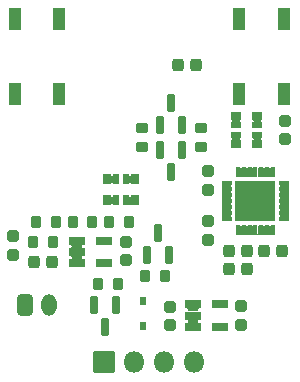
<source format=gts>
%TF.GenerationSoftware,KiCad,Pcbnew,(6.0.0-0)*%
%TF.CreationDate,2022-10-20T15:52:38+11:00*%
%TF.ProjectId,WLED_Controller,574c4544-5f43-46f6-9e74-726f6c6c6572,rev?*%
%TF.SameCoordinates,Original*%
%TF.FileFunction,Soldermask,Top*%
%TF.FilePolarity,Negative*%
%FSLAX46Y46*%
G04 Gerber Fmt 4.6, Leading zero omitted, Abs format (unit mm)*
G04 Created by KiCad (PCBNEW (6.0.0-0)) date 2022-10-20 15:52:38*
%MOMM*%
%LPD*%
G01*
G04 APERTURE LIST*
G04 Aperture macros list*
%AMRoundRect*
0 Rectangle with rounded corners*
0 $1 Rounding radius*
0 $2 $3 $4 $5 $6 $7 $8 $9 X,Y pos of 4 corners*
0 Add a 4 corners polygon primitive as box body*
4,1,4,$2,$3,$4,$5,$6,$7,$8,$9,$2,$3,0*
0 Add four circle primitives for the rounded corners*
1,1,$1+$1,$2,$3*
1,1,$1+$1,$4,$5*
1,1,$1+$1,$6,$7*
1,1,$1+$1,$8,$9*
0 Add four rect primitives between the rounded corners*
20,1,$1+$1,$2,$3,$4,$5,0*
20,1,$1+$1,$4,$5,$6,$7,0*
20,1,$1+$1,$6,$7,$8,$9,0*
20,1,$1+$1,$8,$9,$2,$3,0*%
G04 Aperture macros list end*
%ADD10RoundRect,0.050000X-0.400000X-0.250000X0.400000X-0.250000X0.400000X0.250000X-0.400000X0.250000X0*%
%ADD11RoundRect,0.050000X-0.400000X-0.200000X0.400000X-0.200000X0.400000X0.200000X-0.400000X0.200000X0*%
%ADD12RoundRect,0.050000X0.250000X-0.400000X0.250000X0.400000X-0.250000X0.400000X-0.250000X-0.400000X0*%
%ADD13RoundRect,0.050000X0.200000X-0.400000X0.200000X0.400000X-0.200000X0.400000X-0.200000X-0.400000X0*%
%ADD14RoundRect,0.275000X-0.250000X0.225000X-0.250000X-0.225000X0.250000X-0.225000X0.250000X0.225000X0*%
%ADD15RoundRect,0.275000X-0.225000X-0.250000X0.225000X-0.250000X0.225000X0.250000X-0.225000X0.250000X0*%
%ADD16RoundRect,0.250000X-0.275000X0.200000X-0.275000X-0.200000X0.275000X-0.200000X0.275000X0.200000X0*%
%ADD17RoundRect,0.250000X-0.200000X-0.275000X0.200000X-0.275000X0.200000X0.275000X-0.200000X0.275000X0*%
%ADD18RoundRect,0.200000X-0.512500X-0.150000X0.512500X-0.150000X0.512500X0.150000X-0.512500X0.150000X0*%
%ADD19RoundRect,0.275000X0.225000X0.250000X-0.225000X0.250000X-0.225000X-0.250000X0.225000X-0.250000X0*%
%ADD20RoundRect,0.300000X-0.350000X-0.625000X0.350000X-0.625000X0.350000X0.625000X-0.350000X0.625000X0*%
%ADD21O,1.300000X1.850000*%
%ADD22RoundRect,0.275000X0.250000X-0.225000X0.250000X0.225000X-0.250000X0.225000X-0.250000X-0.225000X0*%
%ADD23RoundRect,0.112500X-0.337500X-0.062500X0.337500X-0.062500X0.337500X0.062500X-0.337500X0.062500X0*%
%ADD24RoundRect,0.112500X-0.062500X-0.337500X0.062500X-0.337500X0.062500X0.337500X-0.062500X0.337500X0*%
%ADD25RoundRect,0.050000X-1.675000X-1.675000X1.675000X-1.675000X1.675000X1.675000X-1.675000X1.675000X0*%
%ADD26RoundRect,0.050000X0.225000X-0.300000X0.225000X0.300000X-0.225000X0.300000X-0.225000X-0.300000X0*%
%ADD27RoundRect,0.250000X0.275000X-0.200000X0.275000X0.200000X-0.275000X0.200000X-0.275000X-0.200000X0*%
%ADD28RoundRect,0.050000X0.850000X-0.850000X0.850000X0.850000X-0.850000X0.850000X-0.850000X-0.850000X0*%
%ADD29O,1.800000X1.800000*%
%ADD30RoundRect,0.050000X0.500000X-0.850000X0.500000X0.850000X-0.500000X0.850000X-0.500000X-0.850000X0*%
%ADD31RoundRect,0.268750X-0.256250X0.218750X-0.256250X-0.218750X0.256250X-0.218750X0.256250X0.218750X0*%
%ADD32RoundRect,0.200000X0.150000X-0.587500X0.150000X0.587500X-0.150000X0.587500X-0.150000X-0.587500X0*%
%ADD33RoundRect,0.250000X0.200000X0.275000X-0.200000X0.275000X-0.200000X-0.275000X0.200000X-0.275000X0*%
%ADD34RoundRect,0.050000X-0.500000X0.850000X-0.500000X-0.850000X0.500000X-0.850000X0.500000X0.850000X0*%
%ADD35RoundRect,0.200000X-0.150000X0.587500X-0.150000X-0.587500X0.150000X-0.587500X0.150000X0.587500X0*%
G04 APERTURE END LIST*
D10*
X69850000Y-107550000D03*
D11*
X69850000Y-109150000D03*
X69850000Y-108350000D03*
D10*
X69850000Y-109950000D03*
D11*
X71650000Y-108350000D03*
D10*
X71650000Y-107550000D03*
D11*
X71650000Y-109150000D03*
D10*
X71650000Y-109950000D03*
D12*
X58900000Y-114700000D03*
D13*
X60500000Y-114700000D03*
X59700000Y-114700000D03*
D12*
X61300000Y-114700000D03*
D13*
X59700000Y-112900000D03*
D12*
X58900000Y-112900000D03*
D13*
X60500000Y-112900000D03*
D12*
X61300000Y-112900000D03*
D14*
X67500000Y-116475000D03*
X67500000Y-118025000D03*
D15*
X72225000Y-118950000D03*
X73775000Y-118950000D03*
X69225000Y-120500000D03*
X70775000Y-120500000D03*
D16*
X61850000Y-108537500D03*
X61850000Y-110187500D03*
D17*
X52925000Y-116500000D03*
X54575000Y-116500000D03*
X59100000Y-116500000D03*
X60750000Y-116500000D03*
D18*
X66212500Y-123500000D03*
X66212500Y-124450000D03*
X66212500Y-125400000D03*
X68487500Y-125400000D03*
X68487500Y-123500000D03*
D19*
X64925000Y-103200000D03*
X66475000Y-103200000D03*
D14*
X70250000Y-123675000D03*
X70250000Y-125225000D03*
D18*
X56362500Y-118100000D03*
X56362500Y-119050000D03*
X56362500Y-120000000D03*
X58637500Y-120000000D03*
X58637500Y-118100000D03*
D20*
X52000000Y-123550000D03*
D21*
X54000000Y-123550000D03*
D22*
X60500000Y-119775000D03*
X60500000Y-118225000D03*
D23*
X69050000Y-113250000D03*
X69050000Y-113750000D03*
X69050000Y-114250000D03*
X69050000Y-114750000D03*
X69050000Y-115250000D03*
X69050000Y-115750000D03*
X69050000Y-116250000D03*
D24*
X70000000Y-117200000D03*
X70500000Y-117200000D03*
X71000000Y-117200000D03*
X71500000Y-117200000D03*
X72000000Y-117200000D03*
X72500000Y-117200000D03*
X73000000Y-117200000D03*
D23*
X73950000Y-116250000D03*
X73950000Y-115750000D03*
X73950000Y-115250000D03*
X73950000Y-114750000D03*
X73950000Y-114250000D03*
X73950000Y-113750000D03*
X73950000Y-113250000D03*
D24*
X73000000Y-112300000D03*
X72500000Y-112300000D03*
X72000000Y-112300000D03*
X71500000Y-112300000D03*
X71000000Y-112300000D03*
X70500000Y-112300000D03*
X70000000Y-112300000D03*
D25*
X71500000Y-114750000D03*
D26*
X62000000Y-125300000D03*
X62000000Y-123200000D03*
D27*
X66850000Y-110187500D03*
X66850000Y-108537500D03*
D28*
X58700000Y-128400000D03*
D29*
X61240000Y-128400000D03*
X63780000Y-128400000D03*
X66320000Y-128400000D03*
D15*
X52725000Y-119950000D03*
X54275000Y-119950000D03*
D22*
X67500000Y-113775000D03*
X67500000Y-112225000D03*
D30*
X51100000Y-105650000D03*
X51100000Y-99350000D03*
X54900000Y-105650000D03*
X54900000Y-99350000D03*
D31*
X74000000Y-107962500D03*
X74000000Y-109537500D03*
D32*
X63400000Y-108300000D03*
X65300000Y-108300000D03*
X64350000Y-106425000D03*
D31*
X51000000Y-117712500D03*
X51000000Y-119287500D03*
D22*
X64250000Y-125275000D03*
X64250000Y-123725000D03*
D33*
X57662500Y-116500000D03*
X56012500Y-116500000D03*
X54325000Y-118250000D03*
X52675000Y-118250000D03*
D17*
X62175000Y-121100000D03*
X63825000Y-121100000D03*
D34*
X73900000Y-105650000D03*
X73900000Y-99350000D03*
X70100000Y-105650000D03*
X70100000Y-99350000D03*
D32*
X62300000Y-119337500D03*
X64200000Y-119337500D03*
X63250000Y-117462500D03*
D19*
X70775000Y-118950000D03*
X69225000Y-118950000D03*
D33*
X59825000Y-121750000D03*
X58175000Y-121750000D03*
D35*
X59700000Y-123562500D03*
X57800000Y-123562500D03*
X58750000Y-125437500D03*
X65300000Y-110425000D03*
X63400000Y-110425000D03*
X64350000Y-112300000D03*
G36*
X66723273Y-124799000D02*
G01*
X66723273Y-124801000D01*
X66722350Y-124801829D01*
X66659510Y-124829628D01*
X66620754Y-124888383D01*
X66619916Y-124958763D01*
X66657253Y-125018412D01*
X66722437Y-125048181D01*
X66723597Y-125049810D01*
X66722766Y-125051629D01*
X66721606Y-125052000D01*
X65703459Y-125052000D01*
X65701727Y-125051000D01*
X65701727Y-125049000D01*
X65702650Y-125048171D01*
X65765490Y-125020372D01*
X65804246Y-124961617D01*
X65805084Y-124891237D01*
X65767747Y-124831588D01*
X65702563Y-124801819D01*
X65701403Y-124800190D01*
X65702234Y-124798371D01*
X65703394Y-124798000D01*
X66721541Y-124798000D01*
X66723273Y-124799000D01*
G37*
G36*
X66723273Y-123849000D02*
G01*
X66723273Y-123851000D01*
X66722350Y-123851829D01*
X66659510Y-123879628D01*
X66620754Y-123938383D01*
X66619916Y-124008763D01*
X66657253Y-124068412D01*
X66722437Y-124098181D01*
X66723597Y-124099810D01*
X66722766Y-124101629D01*
X66721606Y-124102000D01*
X65703459Y-124102000D01*
X65701727Y-124101000D01*
X65701727Y-124099000D01*
X65702650Y-124098171D01*
X65765490Y-124070372D01*
X65804246Y-124011617D01*
X65805084Y-123941237D01*
X65767747Y-123881588D01*
X65702563Y-123851819D01*
X65701403Y-123850190D01*
X65702234Y-123848371D01*
X65703394Y-123848000D01*
X66721541Y-123848000D01*
X66723273Y-123849000D01*
G37*
G36*
X56873273Y-119399000D02*
G01*
X56873273Y-119401000D01*
X56872350Y-119401829D01*
X56809510Y-119429628D01*
X56770754Y-119488383D01*
X56769916Y-119558763D01*
X56807253Y-119618412D01*
X56872437Y-119648181D01*
X56873597Y-119649810D01*
X56872766Y-119651629D01*
X56871606Y-119652000D01*
X55853459Y-119652000D01*
X55851727Y-119651000D01*
X55851727Y-119649000D01*
X55852650Y-119648171D01*
X55915490Y-119620372D01*
X55954246Y-119561617D01*
X55955084Y-119491237D01*
X55917747Y-119431588D01*
X55852563Y-119401819D01*
X55851403Y-119400190D01*
X55852234Y-119398371D01*
X55853394Y-119398000D01*
X56871541Y-119398000D01*
X56873273Y-119399000D01*
G37*
G36*
X56873273Y-118449000D02*
G01*
X56873273Y-118451000D01*
X56872350Y-118451829D01*
X56809510Y-118479628D01*
X56770754Y-118538383D01*
X56769916Y-118608763D01*
X56807253Y-118668412D01*
X56872437Y-118698181D01*
X56873597Y-118699810D01*
X56872766Y-118701629D01*
X56871606Y-118702000D01*
X55853459Y-118702000D01*
X55851727Y-118701000D01*
X55851727Y-118699000D01*
X55852650Y-118698171D01*
X55915490Y-118670372D01*
X55954246Y-118611617D01*
X55955084Y-118541237D01*
X55917747Y-118481588D01*
X55852563Y-118451819D01*
X55851403Y-118450190D01*
X55852234Y-118448371D01*
X55853394Y-118448000D01*
X56871541Y-118448000D01*
X56873273Y-118449000D01*
G37*
G36*
X72652336Y-116794890D02*
G01*
X72700147Y-116834846D01*
X72769980Y-116843618D01*
X72833627Y-116813167D01*
X72841259Y-116804360D01*
X72843149Y-116803706D01*
X72844660Y-116805016D01*
X72844433Y-116806781D01*
X72835449Y-116820227D01*
X72827000Y-116862699D01*
X72827000Y-117537301D01*
X72835449Y-117579773D01*
X72850610Y-117602464D01*
X72850741Y-117604460D01*
X72849078Y-117605571D01*
X72847664Y-117605110D01*
X72799853Y-117565154D01*
X72730020Y-117556382D01*
X72666373Y-117586833D01*
X72658741Y-117595640D01*
X72656851Y-117596294D01*
X72655340Y-117594984D01*
X72655567Y-117593219D01*
X72664551Y-117579773D01*
X72673000Y-117537301D01*
X72673000Y-116862699D01*
X72664551Y-116820227D01*
X72649390Y-116797536D01*
X72649259Y-116795540D01*
X72650922Y-116794429D01*
X72652336Y-116794890D01*
G37*
G36*
X72152336Y-116794890D02*
G01*
X72200147Y-116834846D01*
X72269980Y-116843618D01*
X72333627Y-116813167D01*
X72341259Y-116804360D01*
X72343149Y-116803706D01*
X72344660Y-116805016D01*
X72344433Y-116806781D01*
X72335449Y-116820227D01*
X72327000Y-116862699D01*
X72327000Y-117537301D01*
X72335449Y-117579773D01*
X72350610Y-117602464D01*
X72350741Y-117604460D01*
X72349078Y-117605571D01*
X72347664Y-117605110D01*
X72299853Y-117565154D01*
X72230020Y-117556382D01*
X72166373Y-117586833D01*
X72158741Y-117595640D01*
X72156851Y-117596294D01*
X72155340Y-117594984D01*
X72155567Y-117593219D01*
X72164551Y-117579773D01*
X72173000Y-117537301D01*
X72173000Y-116862699D01*
X72164551Y-116820227D01*
X72149390Y-116797536D01*
X72149259Y-116795540D01*
X72150922Y-116794429D01*
X72152336Y-116794890D01*
G37*
G36*
X71652336Y-116794890D02*
G01*
X71700147Y-116834846D01*
X71769980Y-116843618D01*
X71833627Y-116813167D01*
X71841259Y-116804360D01*
X71843149Y-116803706D01*
X71844660Y-116805016D01*
X71844433Y-116806781D01*
X71835449Y-116820227D01*
X71827000Y-116862699D01*
X71827000Y-117537301D01*
X71835449Y-117579773D01*
X71850610Y-117602464D01*
X71850741Y-117604460D01*
X71849078Y-117605571D01*
X71847664Y-117605110D01*
X71799853Y-117565154D01*
X71730020Y-117556382D01*
X71666373Y-117586833D01*
X71658741Y-117595640D01*
X71656851Y-117596294D01*
X71655340Y-117594984D01*
X71655567Y-117593219D01*
X71664551Y-117579773D01*
X71673000Y-117537301D01*
X71673000Y-116862699D01*
X71664551Y-116820227D01*
X71649390Y-116797536D01*
X71649259Y-116795540D01*
X71650922Y-116794429D01*
X71652336Y-116794890D01*
G37*
G36*
X71152336Y-116794890D02*
G01*
X71200147Y-116834846D01*
X71269980Y-116843618D01*
X71333627Y-116813167D01*
X71341259Y-116804360D01*
X71343149Y-116803706D01*
X71344660Y-116805016D01*
X71344433Y-116806781D01*
X71335449Y-116820227D01*
X71327000Y-116862699D01*
X71327000Y-117537301D01*
X71335449Y-117579773D01*
X71350610Y-117602464D01*
X71350741Y-117604460D01*
X71349078Y-117605571D01*
X71347664Y-117605110D01*
X71299853Y-117565154D01*
X71230020Y-117556382D01*
X71166373Y-117586833D01*
X71158741Y-117595640D01*
X71156851Y-117596294D01*
X71155340Y-117594984D01*
X71155567Y-117593219D01*
X71164551Y-117579773D01*
X71173000Y-117537301D01*
X71173000Y-116862699D01*
X71164551Y-116820227D01*
X71149390Y-116797536D01*
X71149259Y-116795540D01*
X71150922Y-116794429D01*
X71152336Y-116794890D01*
G37*
G36*
X70152336Y-116794890D02*
G01*
X70200147Y-116834846D01*
X70269980Y-116843618D01*
X70333627Y-116813167D01*
X70341259Y-116804360D01*
X70343149Y-116803706D01*
X70344660Y-116805016D01*
X70344433Y-116806781D01*
X70335449Y-116820227D01*
X70327000Y-116862699D01*
X70327000Y-117537301D01*
X70335449Y-117579773D01*
X70350610Y-117602464D01*
X70350741Y-117604460D01*
X70349078Y-117605571D01*
X70347664Y-117605110D01*
X70299853Y-117565154D01*
X70230020Y-117556382D01*
X70166373Y-117586833D01*
X70158741Y-117595640D01*
X70156851Y-117596294D01*
X70155340Y-117594984D01*
X70155567Y-117593219D01*
X70164551Y-117579773D01*
X70173000Y-117537301D01*
X70173000Y-116862699D01*
X70164551Y-116820227D01*
X70149390Y-116797536D01*
X70149259Y-116795540D01*
X70150922Y-116794429D01*
X70152336Y-116794890D01*
G37*
G36*
X70652336Y-116794890D02*
G01*
X70700147Y-116834846D01*
X70769980Y-116843618D01*
X70833627Y-116813167D01*
X70841259Y-116804360D01*
X70843149Y-116803706D01*
X70844660Y-116805016D01*
X70844433Y-116806781D01*
X70835449Y-116820227D01*
X70827000Y-116862699D01*
X70827000Y-117537301D01*
X70835449Y-117579773D01*
X70850610Y-117602464D01*
X70850741Y-117604460D01*
X70849078Y-117605571D01*
X70847664Y-117605110D01*
X70799853Y-117565154D01*
X70730020Y-117556382D01*
X70666373Y-117586833D01*
X70658741Y-117595640D01*
X70656851Y-117596294D01*
X70655340Y-117594984D01*
X70655567Y-117593219D01*
X70664551Y-117579773D01*
X70673000Y-117537301D01*
X70673000Y-116862699D01*
X70664551Y-116820227D01*
X70649390Y-116797536D01*
X70649259Y-116795540D01*
X70650922Y-116794429D01*
X70652336Y-116794890D01*
G37*
G36*
X69455571Y-115900922D02*
G01*
X69455110Y-115902336D01*
X69415154Y-115950147D01*
X69406382Y-116019980D01*
X69436833Y-116083627D01*
X69445640Y-116091259D01*
X69446294Y-116093149D01*
X69444984Y-116094660D01*
X69443219Y-116094433D01*
X69429773Y-116085449D01*
X69387301Y-116077000D01*
X68712699Y-116077000D01*
X68670227Y-116085449D01*
X68647536Y-116100610D01*
X68645540Y-116100741D01*
X68644429Y-116099078D01*
X68644890Y-116097664D01*
X68684846Y-116049853D01*
X68693618Y-115980020D01*
X68663167Y-115916373D01*
X68654360Y-115908741D01*
X68653706Y-115906851D01*
X68655016Y-115905340D01*
X68656781Y-115905567D01*
X68670227Y-115914551D01*
X68712699Y-115923000D01*
X69387301Y-115923000D01*
X69429773Y-115914551D01*
X69452464Y-115899390D01*
X69454460Y-115899259D01*
X69455571Y-115900922D01*
G37*
G36*
X74355571Y-115900922D02*
G01*
X74355110Y-115902336D01*
X74315154Y-115950147D01*
X74306382Y-116019980D01*
X74336833Y-116083627D01*
X74345640Y-116091259D01*
X74346294Y-116093149D01*
X74344984Y-116094660D01*
X74343219Y-116094433D01*
X74329773Y-116085449D01*
X74287301Y-116077000D01*
X73612699Y-116077000D01*
X73570227Y-116085449D01*
X73547536Y-116100610D01*
X73545540Y-116100741D01*
X73544429Y-116099078D01*
X73544890Y-116097664D01*
X73584846Y-116049853D01*
X73593618Y-115980020D01*
X73563167Y-115916373D01*
X73554360Y-115908741D01*
X73553706Y-115906851D01*
X73555016Y-115905340D01*
X73556781Y-115905567D01*
X73570227Y-115914551D01*
X73612699Y-115923000D01*
X74287301Y-115923000D01*
X74329773Y-115914551D01*
X74352464Y-115899390D01*
X74354460Y-115899259D01*
X74355571Y-115900922D01*
G37*
G36*
X74355571Y-115400922D02*
G01*
X74355110Y-115402336D01*
X74315154Y-115450147D01*
X74306382Y-115519980D01*
X74336833Y-115583627D01*
X74345640Y-115591259D01*
X74346294Y-115593149D01*
X74344984Y-115594660D01*
X74343219Y-115594433D01*
X74329773Y-115585449D01*
X74287301Y-115577000D01*
X73612699Y-115577000D01*
X73570227Y-115585449D01*
X73547536Y-115600610D01*
X73545540Y-115600741D01*
X73544429Y-115599078D01*
X73544890Y-115597664D01*
X73584846Y-115549853D01*
X73593618Y-115480020D01*
X73563167Y-115416373D01*
X73554360Y-115408741D01*
X73553706Y-115406851D01*
X73555016Y-115405340D01*
X73556781Y-115405567D01*
X73570227Y-115414551D01*
X73612699Y-115423000D01*
X74287301Y-115423000D01*
X74329773Y-115414551D01*
X74352464Y-115399390D01*
X74354460Y-115399259D01*
X74355571Y-115400922D01*
G37*
G36*
X69455571Y-115400922D02*
G01*
X69455110Y-115402336D01*
X69415154Y-115450147D01*
X69406382Y-115519980D01*
X69436833Y-115583627D01*
X69445640Y-115591259D01*
X69446294Y-115593149D01*
X69444984Y-115594660D01*
X69443219Y-115594433D01*
X69429773Y-115585449D01*
X69387301Y-115577000D01*
X68712699Y-115577000D01*
X68670227Y-115585449D01*
X68647536Y-115600610D01*
X68645540Y-115600741D01*
X68644429Y-115599078D01*
X68644890Y-115597664D01*
X68684846Y-115549853D01*
X68693618Y-115480020D01*
X68663167Y-115416373D01*
X68654360Y-115408741D01*
X68653706Y-115406851D01*
X68655016Y-115405340D01*
X68656781Y-115405567D01*
X68670227Y-115414551D01*
X68712699Y-115423000D01*
X69387301Y-115423000D01*
X69429773Y-115414551D01*
X69452464Y-115399390D01*
X69454460Y-115399259D01*
X69455571Y-115400922D01*
G37*
G36*
X61001319Y-114293570D02*
G01*
X61002000Y-114295074D01*
X61002000Y-115104926D01*
X61001000Y-115106658D01*
X60999000Y-115106658D01*
X60998038Y-115105316D01*
X60997653Y-115103379D01*
X60964891Y-115040749D01*
X60903727Y-115005918D01*
X60833444Y-115009686D01*
X60776306Y-115050887D01*
X60752358Y-115103326D01*
X60751962Y-115105316D01*
X60750643Y-115106820D01*
X60748681Y-115106430D01*
X60748000Y-115104926D01*
X60748000Y-114295074D01*
X60749000Y-114293342D01*
X60751000Y-114293342D01*
X60751962Y-114294684D01*
X60752347Y-114296621D01*
X60785109Y-114359251D01*
X60846273Y-114394082D01*
X60916556Y-114390314D01*
X60973694Y-114349113D01*
X60997642Y-114296674D01*
X60998038Y-114294684D01*
X60999357Y-114293180D01*
X61001319Y-114293570D01*
G37*
G36*
X59451319Y-114293570D02*
G01*
X59452000Y-114295074D01*
X59452000Y-115104926D01*
X59451000Y-115106658D01*
X59449000Y-115106658D01*
X59448038Y-115105316D01*
X59447653Y-115103379D01*
X59414891Y-115040749D01*
X59353727Y-115005918D01*
X59283444Y-115009686D01*
X59226306Y-115050887D01*
X59202358Y-115103326D01*
X59201962Y-115105316D01*
X59200643Y-115106820D01*
X59198681Y-115106430D01*
X59198000Y-115104926D01*
X59198000Y-114295074D01*
X59199000Y-114293342D01*
X59201000Y-114293342D01*
X59201962Y-114294684D01*
X59202347Y-114296621D01*
X59235109Y-114359251D01*
X59296273Y-114394082D01*
X59366556Y-114390314D01*
X59423694Y-114349113D01*
X59447642Y-114296674D01*
X59448038Y-114294684D01*
X59449357Y-114293180D01*
X59451319Y-114293570D01*
G37*
G36*
X69455571Y-114900922D02*
G01*
X69455110Y-114902336D01*
X69415154Y-114950147D01*
X69406382Y-115019980D01*
X69436833Y-115083627D01*
X69445640Y-115091259D01*
X69446294Y-115093149D01*
X69444984Y-115094660D01*
X69443219Y-115094433D01*
X69429773Y-115085449D01*
X69387301Y-115077000D01*
X68712699Y-115077000D01*
X68670227Y-115085449D01*
X68647536Y-115100610D01*
X68645540Y-115100741D01*
X68644429Y-115099078D01*
X68644890Y-115097664D01*
X68684846Y-115049853D01*
X68693618Y-114980020D01*
X68663167Y-114916373D01*
X68654360Y-114908741D01*
X68653706Y-114906851D01*
X68655016Y-114905340D01*
X68656781Y-114905567D01*
X68670227Y-114914551D01*
X68712699Y-114923000D01*
X69387301Y-114923000D01*
X69429773Y-114914551D01*
X69452464Y-114899390D01*
X69454460Y-114899259D01*
X69455571Y-114900922D01*
G37*
G36*
X74355571Y-114900922D02*
G01*
X74355110Y-114902336D01*
X74315154Y-114950147D01*
X74306382Y-115019980D01*
X74336833Y-115083627D01*
X74345640Y-115091259D01*
X74346294Y-115093149D01*
X74344984Y-115094660D01*
X74343219Y-115094433D01*
X74329773Y-115085449D01*
X74287301Y-115077000D01*
X73612699Y-115077000D01*
X73570227Y-115085449D01*
X73547536Y-115100610D01*
X73545540Y-115100741D01*
X73544429Y-115099078D01*
X73544890Y-115097664D01*
X73584846Y-115049853D01*
X73593618Y-114980020D01*
X73563167Y-114916373D01*
X73554360Y-114908741D01*
X73553706Y-114906851D01*
X73555016Y-114905340D01*
X73556781Y-114905567D01*
X73570227Y-114914551D01*
X73612699Y-114923000D01*
X74287301Y-114923000D01*
X74329773Y-114914551D01*
X74352464Y-114899390D01*
X74354460Y-114899259D01*
X74355571Y-114900922D01*
G37*
G36*
X69455571Y-114400922D02*
G01*
X69455110Y-114402336D01*
X69415154Y-114450147D01*
X69406382Y-114519980D01*
X69436833Y-114583627D01*
X69445640Y-114591259D01*
X69446294Y-114593149D01*
X69444984Y-114594660D01*
X69443219Y-114594433D01*
X69429773Y-114585449D01*
X69387301Y-114577000D01*
X68712699Y-114577000D01*
X68670227Y-114585449D01*
X68647536Y-114600610D01*
X68645540Y-114600741D01*
X68644429Y-114599078D01*
X68644890Y-114597664D01*
X68684846Y-114549853D01*
X68693618Y-114480020D01*
X68663167Y-114416373D01*
X68654360Y-114408741D01*
X68653706Y-114406851D01*
X68655016Y-114405340D01*
X68656781Y-114405567D01*
X68670227Y-114414551D01*
X68712699Y-114423000D01*
X69387301Y-114423000D01*
X69429773Y-114414551D01*
X69452464Y-114399390D01*
X69454460Y-114399259D01*
X69455571Y-114400922D01*
G37*
G36*
X74355571Y-114400922D02*
G01*
X74355110Y-114402336D01*
X74315154Y-114450147D01*
X74306382Y-114519980D01*
X74336833Y-114583627D01*
X74345640Y-114591259D01*
X74346294Y-114593149D01*
X74344984Y-114594660D01*
X74343219Y-114594433D01*
X74329773Y-114585449D01*
X74287301Y-114577000D01*
X73612699Y-114577000D01*
X73570227Y-114585449D01*
X73547536Y-114600610D01*
X73545540Y-114600741D01*
X73544429Y-114599078D01*
X73544890Y-114597664D01*
X73584846Y-114549853D01*
X73593618Y-114480020D01*
X73563167Y-114416373D01*
X73554360Y-114408741D01*
X73553706Y-114406851D01*
X73555016Y-114405340D01*
X73556781Y-114405567D01*
X73570227Y-114414551D01*
X73612699Y-114423000D01*
X74287301Y-114423000D01*
X74329773Y-114414551D01*
X74352464Y-114399390D01*
X74354460Y-114399259D01*
X74355571Y-114400922D01*
G37*
G36*
X69455571Y-113900922D02*
G01*
X69455110Y-113902336D01*
X69415154Y-113950147D01*
X69406382Y-114019980D01*
X69436833Y-114083627D01*
X69445640Y-114091259D01*
X69446294Y-114093149D01*
X69444984Y-114094660D01*
X69443219Y-114094433D01*
X69429773Y-114085449D01*
X69387301Y-114077000D01*
X68712699Y-114077000D01*
X68670227Y-114085449D01*
X68647536Y-114100610D01*
X68645540Y-114100741D01*
X68644429Y-114099078D01*
X68644890Y-114097664D01*
X68684846Y-114049853D01*
X68693618Y-113980020D01*
X68663167Y-113916373D01*
X68654360Y-113908741D01*
X68653706Y-113906851D01*
X68655016Y-113905340D01*
X68656781Y-113905567D01*
X68670227Y-113914551D01*
X68712699Y-113923000D01*
X69387301Y-113923000D01*
X69429773Y-113914551D01*
X69452464Y-113899390D01*
X69454460Y-113899259D01*
X69455571Y-113900922D01*
G37*
G36*
X74355571Y-113900922D02*
G01*
X74355110Y-113902336D01*
X74315154Y-113950147D01*
X74306382Y-114019980D01*
X74336833Y-114083627D01*
X74345640Y-114091259D01*
X74346294Y-114093149D01*
X74344984Y-114094660D01*
X74343219Y-114094433D01*
X74329773Y-114085449D01*
X74287301Y-114077000D01*
X73612699Y-114077000D01*
X73570227Y-114085449D01*
X73547536Y-114100610D01*
X73545540Y-114100741D01*
X73544429Y-114099078D01*
X73544890Y-114097664D01*
X73584846Y-114049853D01*
X73593618Y-113980020D01*
X73563167Y-113916373D01*
X73554360Y-113908741D01*
X73553706Y-113906851D01*
X73555016Y-113905340D01*
X73556781Y-113905567D01*
X73570227Y-113914551D01*
X73612699Y-113923000D01*
X74287301Y-113923000D01*
X74329773Y-113914551D01*
X74352464Y-113899390D01*
X74354460Y-113899259D01*
X74355571Y-113900922D01*
G37*
G36*
X69455571Y-113400922D02*
G01*
X69455110Y-113402336D01*
X69415154Y-113450147D01*
X69406382Y-113519980D01*
X69436833Y-113583627D01*
X69445640Y-113591259D01*
X69446294Y-113593149D01*
X69444984Y-113594660D01*
X69443219Y-113594433D01*
X69429773Y-113585449D01*
X69387301Y-113577000D01*
X68712699Y-113577000D01*
X68670227Y-113585449D01*
X68647536Y-113600610D01*
X68645540Y-113600741D01*
X68644429Y-113599078D01*
X68644890Y-113597664D01*
X68684846Y-113549853D01*
X68693618Y-113480020D01*
X68663167Y-113416373D01*
X68654360Y-113408741D01*
X68653706Y-113406851D01*
X68655016Y-113405340D01*
X68656781Y-113405567D01*
X68670227Y-113414551D01*
X68712699Y-113423000D01*
X69387301Y-113423000D01*
X69429773Y-113414551D01*
X69452464Y-113399390D01*
X69454460Y-113399259D01*
X69455571Y-113400922D01*
G37*
G36*
X74355571Y-113400922D02*
G01*
X74355110Y-113402336D01*
X74315154Y-113450147D01*
X74306382Y-113519980D01*
X74336833Y-113583627D01*
X74345640Y-113591259D01*
X74346294Y-113593149D01*
X74344984Y-113594660D01*
X74343219Y-113594433D01*
X74329773Y-113585449D01*
X74287301Y-113577000D01*
X73612699Y-113577000D01*
X73570227Y-113585449D01*
X73547536Y-113600610D01*
X73545540Y-113600741D01*
X73544429Y-113599078D01*
X73544890Y-113597664D01*
X73584846Y-113549853D01*
X73593618Y-113480020D01*
X73563167Y-113416373D01*
X73554360Y-113408741D01*
X73553706Y-113406851D01*
X73555016Y-113405340D01*
X73556781Y-113405567D01*
X73570227Y-113414551D01*
X73612699Y-113423000D01*
X74287301Y-113423000D01*
X74329773Y-113414551D01*
X74352464Y-113399390D01*
X74354460Y-113399259D01*
X74355571Y-113400922D01*
G37*
G36*
X61001319Y-112493570D02*
G01*
X61002000Y-112495074D01*
X61002000Y-113304926D01*
X61001000Y-113306658D01*
X60999000Y-113306658D01*
X60998038Y-113305316D01*
X60997653Y-113303379D01*
X60964891Y-113240749D01*
X60903727Y-113205918D01*
X60833444Y-113209686D01*
X60776306Y-113250887D01*
X60752358Y-113303326D01*
X60751962Y-113305316D01*
X60750643Y-113306820D01*
X60748681Y-113306430D01*
X60748000Y-113304926D01*
X60748000Y-112495074D01*
X60749000Y-112493342D01*
X60751000Y-112493342D01*
X60751962Y-112494684D01*
X60752347Y-112496621D01*
X60785109Y-112559251D01*
X60846273Y-112594082D01*
X60916556Y-112590314D01*
X60973694Y-112549113D01*
X60997642Y-112496674D01*
X60998038Y-112494684D01*
X60999357Y-112493180D01*
X61001319Y-112493570D01*
G37*
G36*
X59451319Y-112493570D02*
G01*
X59452000Y-112495074D01*
X59452000Y-113304926D01*
X59451000Y-113306658D01*
X59449000Y-113306658D01*
X59448038Y-113305316D01*
X59447653Y-113303379D01*
X59414891Y-113240749D01*
X59353727Y-113205918D01*
X59283444Y-113209686D01*
X59226306Y-113250887D01*
X59202358Y-113303326D01*
X59201962Y-113305316D01*
X59200643Y-113306820D01*
X59198681Y-113306430D01*
X59198000Y-113304926D01*
X59198000Y-112495074D01*
X59199000Y-112493342D01*
X59201000Y-112493342D01*
X59201962Y-112494684D01*
X59202347Y-112496621D01*
X59235109Y-112559251D01*
X59296273Y-112594082D01*
X59366556Y-112590314D01*
X59423694Y-112549113D01*
X59447642Y-112496674D01*
X59448038Y-112494684D01*
X59449357Y-112493180D01*
X59451319Y-112493570D01*
G37*
G36*
X72152336Y-111894890D02*
G01*
X72200147Y-111934846D01*
X72269980Y-111943618D01*
X72333627Y-111913167D01*
X72341259Y-111904360D01*
X72343149Y-111903706D01*
X72344660Y-111905016D01*
X72344433Y-111906781D01*
X72335449Y-111920227D01*
X72327000Y-111962699D01*
X72327000Y-112637301D01*
X72335449Y-112679773D01*
X72350610Y-112702464D01*
X72350741Y-112704460D01*
X72349078Y-112705571D01*
X72347664Y-112705110D01*
X72299853Y-112665154D01*
X72230020Y-112656382D01*
X72166373Y-112686833D01*
X72158741Y-112695640D01*
X72156851Y-112696294D01*
X72155340Y-112694984D01*
X72155567Y-112693219D01*
X72164551Y-112679773D01*
X72173000Y-112637301D01*
X72173000Y-111962699D01*
X72164551Y-111920227D01*
X72149390Y-111897536D01*
X72149259Y-111895540D01*
X72150922Y-111894429D01*
X72152336Y-111894890D01*
G37*
G36*
X70152336Y-111894890D02*
G01*
X70200147Y-111934846D01*
X70269980Y-111943618D01*
X70333627Y-111913167D01*
X70341259Y-111904360D01*
X70343149Y-111903706D01*
X70344660Y-111905016D01*
X70344433Y-111906781D01*
X70335449Y-111920227D01*
X70327000Y-111962699D01*
X70327000Y-112637301D01*
X70335449Y-112679773D01*
X70350610Y-112702464D01*
X70350741Y-112704460D01*
X70349078Y-112705571D01*
X70347664Y-112705110D01*
X70299853Y-112665154D01*
X70230020Y-112656382D01*
X70166373Y-112686833D01*
X70158741Y-112695640D01*
X70156851Y-112696294D01*
X70155340Y-112694984D01*
X70155567Y-112693219D01*
X70164551Y-112679773D01*
X70173000Y-112637301D01*
X70173000Y-111962699D01*
X70164551Y-111920227D01*
X70149390Y-111897536D01*
X70149259Y-111895540D01*
X70150922Y-111894429D01*
X70152336Y-111894890D01*
G37*
G36*
X70652336Y-111894890D02*
G01*
X70700147Y-111934846D01*
X70769980Y-111943618D01*
X70833627Y-111913167D01*
X70841259Y-111904360D01*
X70843149Y-111903706D01*
X70844660Y-111905016D01*
X70844433Y-111906781D01*
X70835449Y-111920227D01*
X70827000Y-111962699D01*
X70827000Y-112637301D01*
X70835449Y-112679773D01*
X70850610Y-112702464D01*
X70850741Y-112704460D01*
X70849078Y-112705571D01*
X70847664Y-112705110D01*
X70799853Y-112665154D01*
X70730020Y-112656382D01*
X70666373Y-112686833D01*
X70658741Y-112695640D01*
X70656851Y-112696294D01*
X70655340Y-112694984D01*
X70655567Y-112693219D01*
X70664551Y-112679773D01*
X70673000Y-112637301D01*
X70673000Y-111962699D01*
X70664551Y-111920227D01*
X70649390Y-111897536D01*
X70649259Y-111895540D01*
X70650922Y-111894429D01*
X70652336Y-111894890D01*
G37*
G36*
X71652336Y-111894890D02*
G01*
X71700147Y-111934846D01*
X71769980Y-111943618D01*
X71833627Y-111913167D01*
X71841259Y-111904360D01*
X71843149Y-111903706D01*
X71844660Y-111905016D01*
X71844433Y-111906781D01*
X71835449Y-111920227D01*
X71827000Y-111962699D01*
X71827000Y-112637301D01*
X71835449Y-112679773D01*
X71850610Y-112702464D01*
X71850741Y-112704460D01*
X71849078Y-112705571D01*
X71847664Y-112705110D01*
X71799853Y-112665154D01*
X71730020Y-112656382D01*
X71666373Y-112686833D01*
X71658741Y-112695640D01*
X71656851Y-112696294D01*
X71655340Y-112694984D01*
X71655567Y-112693219D01*
X71664551Y-112679773D01*
X71673000Y-112637301D01*
X71673000Y-111962699D01*
X71664551Y-111920227D01*
X71649390Y-111897536D01*
X71649259Y-111895540D01*
X71650922Y-111894429D01*
X71652336Y-111894890D01*
G37*
G36*
X72652336Y-111894890D02*
G01*
X72700147Y-111934846D01*
X72769980Y-111943618D01*
X72833627Y-111913167D01*
X72841259Y-111904360D01*
X72843149Y-111903706D01*
X72844660Y-111905016D01*
X72844433Y-111906781D01*
X72835449Y-111920227D01*
X72827000Y-111962699D01*
X72827000Y-112637301D01*
X72835449Y-112679773D01*
X72850610Y-112702464D01*
X72850741Y-112704460D01*
X72849078Y-112705571D01*
X72847664Y-112705110D01*
X72799853Y-112665154D01*
X72730020Y-112656382D01*
X72666373Y-112686833D01*
X72658741Y-112695640D01*
X72656851Y-112696294D01*
X72655340Y-112694984D01*
X72655567Y-112693219D01*
X72664551Y-112679773D01*
X72673000Y-112637301D01*
X72673000Y-111962699D01*
X72664551Y-111920227D01*
X72649390Y-111897536D01*
X72649259Y-111895540D01*
X72650922Y-111894429D01*
X72652336Y-111894890D01*
G37*
G36*
X71152336Y-111894890D02*
G01*
X71200147Y-111934846D01*
X71269980Y-111943618D01*
X71333627Y-111913167D01*
X71341259Y-111904360D01*
X71343149Y-111903706D01*
X71344660Y-111905016D01*
X71344433Y-111906781D01*
X71335449Y-111920227D01*
X71327000Y-111962699D01*
X71327000Y-112637301D01*
X71335449Y-112679773D01*
X71350610Y-112702464D01*
X71350741Y-112704460D01*
X71349078Y-112705571D01*
X71347664Y-112705110D01*
X71299853Y-112665154D01*
X71230020Y-112656382D01*
X71166373Y-112686833D01*
X71158741Y-112695640D01*
X71156851Y-112696294D01*
X71155340Y-112694984D01*
X71155567Y-112693219D01*
X71164551Y-112679773D01*
X71173000Y-112637301D01*
X71173000Y-111962699D01*
X71164551Y-111920227D01*
X71149390Y-111897536D01*
X71149259Y-111895540D01*
X71150922Y-111894429D01*
X71152336Y-111894890D01*
G37*
G36*
X70269899Y-109399061D02*
G01*
X70253379Y-109402347D01*
X70190749Y-109435109D01*
X70155918Y-109496273D01*
X70159686Y-109566556D01*
X70200887Y-109623694D01*
X70253326Y-109647642D01*
X70255316Y-109648038D01*
X70256820Y-109649357D01*
X70256430Y-109651319D01*
X70254926Y-109652000D01*
X69445074Y-109652000D01*
X69443342Y-109651000D01*
X69443342Y-109649000D01*
X69444684Y-109648038D01*
X69446621Y-109647653D01*
X69509251Y-109614891D01*
X69544082Y-109553727D01*
X69540314Y-109483444D01*
X69499113Y-109426306D01*
X69446674Y-109402358D01*
X69444684Y-109401962D01*
X69443180Y-109400643D01*
X69443570Y-109398681D01*
X69445074Y-109398000D01*
X70254727Y-109398000D01*
X70269119Y-109395137D01*
X70269899Y-109399061D01*
G37*
G36*
X72069899Y-109399061D02*
G01*
X72053379Y-109402347D01*
X71990749Y-109435109D01*
X71955918Y-109496273D01*
X71959686Y-109566556D01*
X72000887Y-109623694D01*
X72053326Y-109647642D01*
X72055316Y-109648038D01*
X72056820Y-109649357D01*
X72056430Y-109651319D01*
X72054926Y-109652000D01*
X71245074Y-109652000D01*
X71243342Y-109651000D01*
X71243342Y-109649000D01*
X71244684Y-109648038D01*
X71246621Y-109647653D01*
X71309251Y-109614891D01*
X71344082Y-109553727D01*
X71340314Y-109483444D01*
X71299113Y-109426306D01*
X71246674Y-109402358D01*
X71244684Y-109401962D01*
X71243180Y-109400643D01*
X71243570Y-109398681D01*
X71245074Y-109398000D01*
X72054727Y-109398000D01*
X72069119Y-109395137D01*
X72069899Y-109399061D01*
G37*
G36*
X72069899Y-107849061D02*
G01*
X72053379Y-107852347D01*
X71990749Y-107885109D01*
X71955918Y-107946273D01*
X71959686Y-108016556D01*
X72000887Y-108073694D01*
X72053326Y-108097642D01*
X72055316Y-108098038D01*
X72056820Y-108099357D01*
X72056430Y-108101319D01*
X72054926Y-108102000D01*
X71245074Y-108102000D01*
X71243342Y-108101000D01*
X71243342Y-108099000D01*
X71244684Y-108098038D01*
X71246621Y-108097653D01*
X71309251Y-108064891D01*
X71344082Y-108003727D01*
X71340314Y-107933444D01*
X71299113Y-107876306D01*
X71246674Y-107852358D01*
X71244684Y-107851962D01*
X71243180Y-107850643D01*
X71243570Y-107848681D01*
X71245074Y-107848000D01*
X72054727Y-107848000D01*
X72069119Y-107845137D01*
X72069899Y-107849061D01*
G37*
G36*
X70269899Y-107849061D02*
G01*
X70253379Y-107852347D01*
X70190749Y-107885109D01*
X70155918Y-107946273D01*
X70159686Y-108016556D01*
X70200887Y-108073694D01*
X70253326Y-108097642D01*
X70255316Y-108098038D01*
X70256820Y-108099357D01*
X70256430Y-108101319D01*
X70254926Y-108102000D01*
X69445074Y-108102000D01*
X69443342Y-108101000D01*
X69443342Y-108099000D01*
X69444684Y-108098038D01*
X69446621Y-108097653D01*
X69509251Y-108064891D01*
X69544082Y-108003727D01*
X69540314Y-107933444D01*
X69499113Y-107876306D01*
X69446674Y-107852358D01*
X69444684Y-107851962D01*
X69443180Y-107850643D01*
X69443570Y-107848681D01*
X69445074Y-107848000D01*
X70254727Y-107848000D01*
X70269119Y-107845137D01*
X70269899Y-107849061D01*
G37*
M02*

</source>
